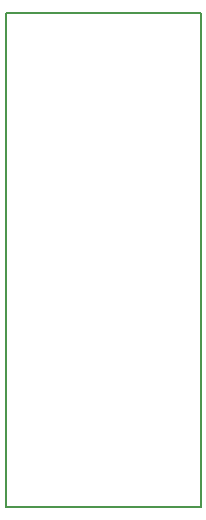
<source format=gbr>
G04 #@! TF.GenerationSoftware,KiCad,Pcbnew,(5.0.2)-1*
G04 #@! TF.CreationDate,2022-05-07T19:17:56+02:00*
G04 #@! TF.ProjectId,Pendrive_v1,50656e64-7269-4766-955f-76312e6b6963,rev?*
G04 #@! TF.SameCoordinates,Original*
G04 #@! TF.FileFunction,Profile,NP*
%FSLAX46Y46*%
G04 Gerber Fmt 4.6, Leading zero omitted, Abs format (unit mm)*
G04 Created by KiCad (PCBNEW (5.0.2)-1) date 07.05.2022 19:17:56*
%MOMM*%
%LPD*%
G01*
G04 APERTURE LIST*
%ADD10C,0.150000*%
G04 APERTURE END LIST*
D10*
X100000000Y-141800000D02*
X116500000Y-141800000D01*
X116500000Y-100000000D02*
X116500000Y-141800000D01*
X100000000Y-100000000D02*
X116500000Y-100000000D01*
X100000000Y-100000000D02*
X100000000Y-141800000D01*
M02*

</source>
